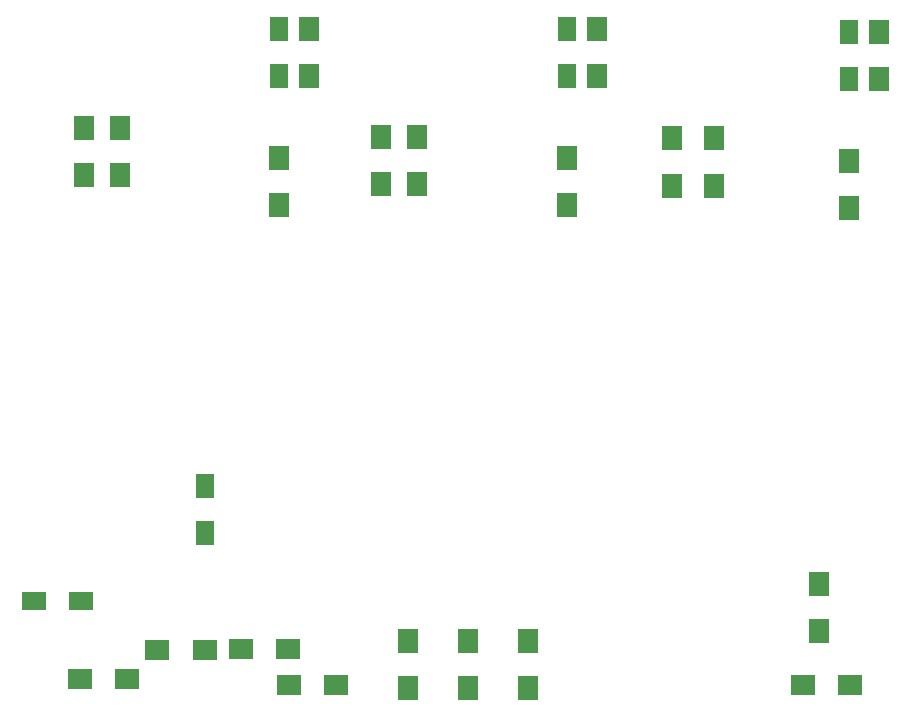
<source format=gbp>
G04 #@! TF.FileFunction,Paste,Bot*
%FSLAX46Y46*%
G04 Gerber Fmt 4.6, Leading zero omitted, Abs format (unit mm)*
G04 Created by KiCad (PCBNEW 4.0.6) date 2017 August 07, Monday 14:19:28*
%MOMM*%
%LPD*%
G01*
G04 APERTURE LIST*
%ADD10C,0.100000*%
%ADD11R,1.600000X2.000000*%
%ADD12R,2.000000X1.600000*%
%ADD13R,1.700000X2.000000*%
%ADD14R,2.000000X1.700000*%
G04 APERTURE END LIST*
D10*
D11*
X76047600Y-142792200D03*
X76047600Y-138792200D03*
D12*
X65500000Y-148590000D03*
X61500000Y-148590000D03*
D11*
X130556000Y-100362000D03*
X130556000Y-104362000D03*
X106680000Y-100108000D03*
X106680000Y-104108000D03*
X82296000Y-100108000D03*
X82296000Y-104108000D03*
D13*
X65786000Y-108490000D03*
X65786000Y-112490000D03*
X90932000Y-109252000D03*
X90932000Y-113252000D03*
X119126000Y-109379000D03*
X119126000Y-113379000D03*
X84836000Y-100108000D03*
X84836000Y-104108000D03*
X82296000Y-115030000D03*
X82296000Y-111030000D03*
X109220000Y-100108000D03*
X109220000Y-104108000D03*
X106680000Y-115030000D03*
X106680000Y-111030000D03*
X133096000Y-100362000D03*
X133096000Y-104362000D03*
X130556000Y-115284000D03*
X130556000Y-111284000D03*
X68834000Y-112490000D03*
X68834000Y-108490000D03*
X93980000Y-113252000D03*
X93980000Y-109252000D03*
X115570000Y-113379000D03*
X115570000Y-109379000D03*
X93218000Y-155924000D03*
X93218000Y-151924000D03*
X98298000Y-155924000D03*
X98298000Y-151924000D03*
X103378000Y-155924000D03*
X103378000Y-151924000D03*
D14*
X75990200Y-152679400D03*
X71990200Y-152679400D03*
D13*
X128016000Y-147098000D03*
X128016000Y-151098000D03*
D14*
X69437000Y-155194000D03*
X65437000Y-155194000D03*
X130651000Y-155702000D03*
X126651000Y-155702000D03*
X87090000Y-155702000D03*
X83090000Y-155702000D03*
X79026000Y-152654000D03*
X83026000Y-152654000D03*
M02*

</source>
